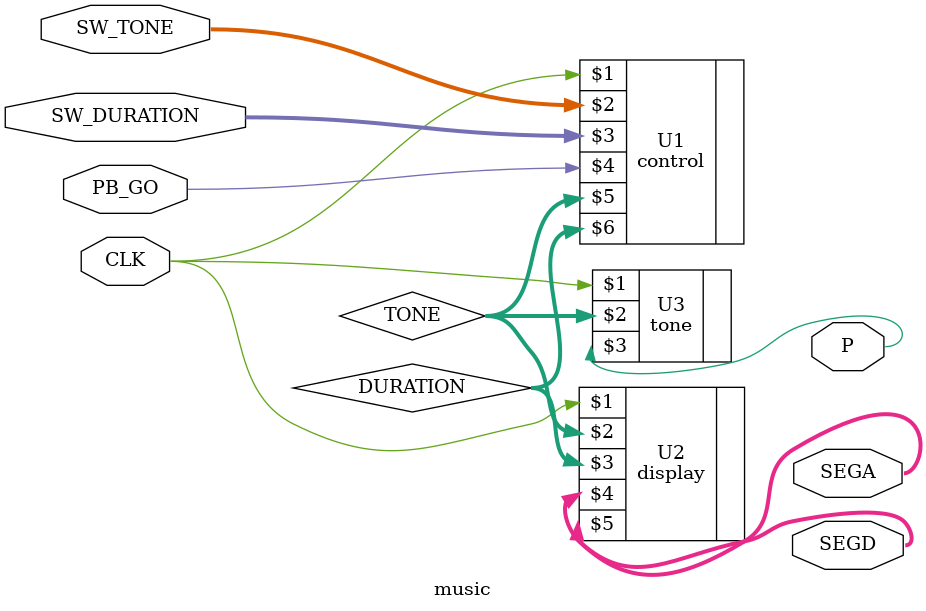
<source format=v>
module music(CLK, SW_TONE, SW_DURATION, PB_GO, SEGA, SEGD, P);
	input 				CLK; 			// 100MHz clock input
	input 	[3:0] 	SW_TONE; 		// 4-bit tone input from switches
	input 	[3:0] 	SW_DURATION; 	// 4-bit duration input from switches
	input 				PB_GO; 			// Play command input from push-button
	output 	[3:0] 	SEGA; 			// Display-select (common anode) output
	output 	[7:0] 	SEGD; 			// Display-pattern output
	output 			P; 				// Square wave output
	
	wire 	[3:0] 	TONE;
	wire 	[3:0] 	DURATION;
	
	control U1 (CLK, SW_TONE, SW_DURATION, PB_GO, TONE, DURATION);
	display U2 (CLK, TONE, DURATION, SEGA, SEGD);
	tone    U3 (CLK, TONE, P);
	
endmodule

</source>
